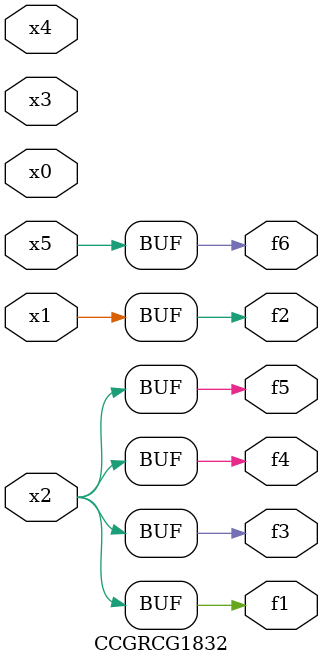
<source format=v>
module CCGRCG1832(
	input x0, x1, x2, x3, x4, x5,
	output f1, f2, f3, f4, f5, f6
);
	assign f1 = x2;
	assign f2 = x1;
	assign f3 = x2;
	assign f4 = x2;
	assign f5 = x2;
	assign f6 = x5;
endmodule

</source>
